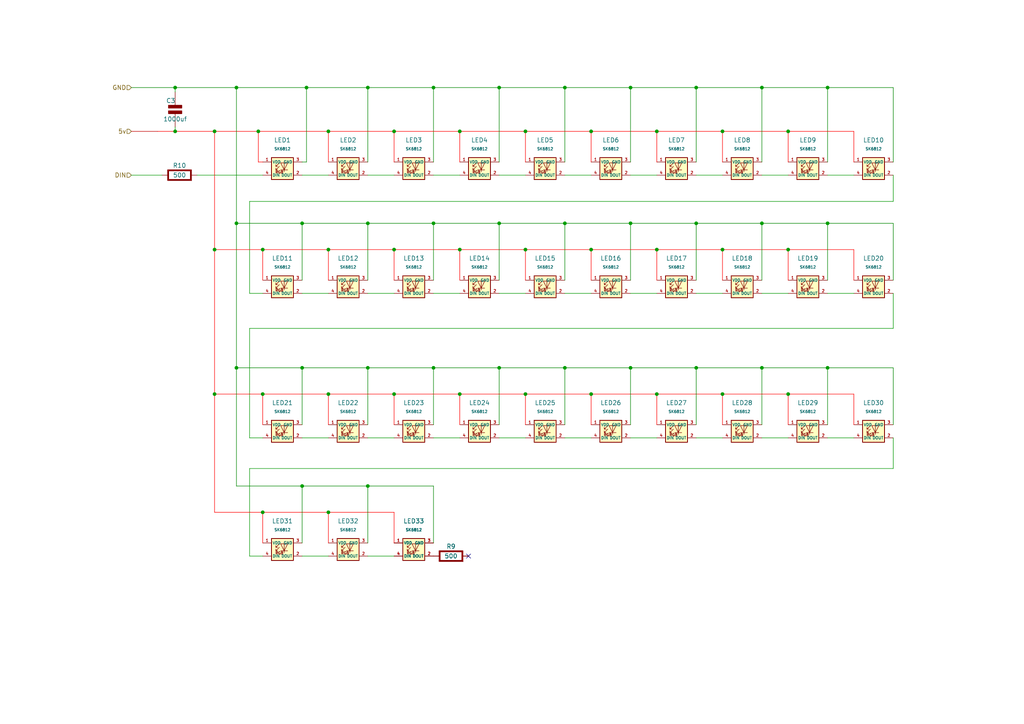
<source format=kicad_sch>
(kicad_sch (version 20250114) (generator "eeschema") (generator_version "9.0")
  (paper "A4")
  (lib_symbols
    (symbol "PCM_Elektuur:C" (pin_numbers (hide yes)) (pin_names (offset 0) (hide yes))
      (property "Reference" "C" (at 0.635 3.175 0))
      (property "Value" "C" (at 0.635 -3.175 0))
      (symbol "C_1_1"
        (rectangle (start -1.905 1.1938) (end 1.905 0.4318) (stroke (width 0.254)) (fill (type outline)))
        (rectangle (start -1.905 -0.4318) (end 1.905 -1.1938) (stroke (width 0.254)) (fill (type outline)))
        (pin passive line (at 0 5.08 270) (length 3.8862) (name "+") (number "1"))
        (pin passive line (at 0 -5.08 90) (length 3.8862) (name "-") (number "2"))
      )
      (symbol "C_1_2"
        (polyline (pts (xy -1.905 0.4318) (xy 1.905 0.4318) (xy 1.905 1.4986) (xy -1.905 1.4986) (xy -1.905 0.4318) (xy -1.8034 0.5334) (xy -1.8034 1.397) (xy 1.8034 1.397) (xy 1.8034 0.5334) (xy -1.8034 0.5334) (xy -1.905 0.4318)) (stroke (width 0.254)) (fill (type outline)))
        (polyline (pts (xy -1.905 -1.4986) (xy 1.905 -1.4986) (xy 1.905 -0.4318) (xy -1.905 -0.4318) (xy -1.905 -1.4986) (xy -1.8034 -1.397) (xy -1.8034 -0.5334) (xy 1.8034 -0.5334) (xy 1.8034 -1.397) (xy -1.8034 -1.397) (xy -1.905 -1.4986)) (stroke (width 0.254)) (fill (type outline)))
        (pin passive line (at 0 5.08 270) (length 3.5814) (name "+") (number "1"))
        (pin passive line (at 0 -5.08 90) (length 3.5814) (name "-") (number "2"))
      )
    )
    (symbol "PCM_Elektuur:R" (pin_numbers (hide yes)) (pin_names (offset 0) (hide yes))
      (property "Reference" "R" (at 2.54 3.175 0))
      (property "Value" "R" (at 0 0 90))
      (symbol "R_1_1"
        (polyline (pts (xy -1.524 -3.429) (xy 1.524 -3.429) (xy 1.524 3.429) (xy -1.524 3.429) (xy -1.524 -3.429) (xy -1.27 -3.175) (xy -1.27 3.175) (xy 1.27 3.175) (xy 1.27 -3.175) (xy -1.27 -3.175) (xy -1.524 -3.429)) (stroke (width 0.254)) (fill (type outline)))
        (pin passive line (at 0 5.08 270) (length 1.651) (name "+") (number "1"))
        (pin passive line (at 0 -5.08 90) (length 1.651) (name "-") (number "2"))
      )
      (symbol "R_1_2"
        (polyline (pts (xy -0.508 -3.429) (xy 1.524 -3.429) (xy 1.524 3.429) (xy -0.508 3.429) (xy -0.508 3.175) (xy 1.27 3.175) (xy 1.27 -3.175) (xy -0.508 -3.175) (xy -0.508 -3.429)) (stroke (width 0.254)) (fill (type outline)))
        (pin passive line (at 0 5.08 270) (length 1.651) (name "+") (number "1"))
        (pin passive line (at 0 -5.08 90) (length 1.651) (name "-") (number "2"))
      )
      (symbol "R_1_3"
        (polyline (pts (xy 0 3.4798) (xy 0 3.2004) (xy 0.7112 2.794) (xy -1.1938 1.6764) (xy 0.7112 0.5588) (xy -1.1938 -0.5588) (xy 0.7112 -1.6764) (xy -1.1938 -2.794) (xy 0 -3.4798) (xy 0 -3.2004) (xy -0.7112 -2.794) (xy 1.1938 -1.6764) (xy -0.7112 -0.5588) (xy 1.1938 0.5588) (xy -0.7112 1.6764) (xy 1.1938 2.794) (xy 0 3.4798)) (stroke (width 0.254)) (fill (type outline)))
        (pin passive line (at 0 5.08 270) (length 1.6002) (name "+") (number "1"))
        (pin passive line (at 0 -5.08 90) (length 1.6002) (name "-") (number "2"))
      )
      (symbol "R_1_4"
        (polyline (pts (xy 0 4.5466) (xy 0 4.2672) (xy 0.0508 4.2418) (xy 1.016 3.683) (xy -1.524 2.2098) (xy 1.016 0.7366) (xy -1.524 -0.7366) (xy 1.016 -2.2098) (xy -1.524 -3.683) (xy -0.0762 -4.5212) (xy 0 -4.5466) (xy 0 -4.2672) (xy -0.0508 -4.2418) (xy -1.016 -3.683) (xy 1.524 -2.2098) (xy -1.016 -0.7366) (xy 1.524 0.7366) (xy -1.016 2.2098) (xy 1.524 3.683) (xy 0.0762 4.5212) (xy 0 4.5466)) (stroke (width 0.254)) (fill (type outline)))
        (pin passive line (at 0 5.08 270) (length 0.5334) (name "+") (number "1"))
        (pin passive line (at 0 -5.08 90) (length 0.5334) (name "-") (number "2"))
      )
    )
    (symbol "SparkFun-DiscreteSemi:SK6812" (pin_names (offset 0.254))
      (property "Reference" "LED41" (at -1.778 7.112 0))
      (property "Value" "SK6812" (at -2.032 5.842 0))
      (symbol "SK6812_0_0"
        (text "RGB" (at -2.794 0.889 0) (effects (font (size 0.762 0.762))))
      )
      (symbol "SK6812_0_1"
        (rectangle (start -5.08 5.08) (end 1.27 -1.27) (stroke (width 0.254)) (fill (type background)))
        (polyline (pts (xy -3.81 2.54) (xy -3.302 2.54)))
        (polyline (pts (xy -3.81 1.524) (xy -3.302 1.524)))
        (polyline (pts (xy -2.794 3.556) (xy -3.81 2.54) (xy -3.81 3.048)))
        (polyline (pts (xy -2.794 2.54) (xy -3.81 1.524) (xy -3.81 2.032)))
        (polyline (pts (xy -1.397 4.064) (xy -1.397 1.524) (xy -1.397 1.016)))
        (polyline (pts (xy -0.381 3.556) (xy -2.413 3.556) (xy -1.397 1.524) (xy -0.381 3.556)))
        (polyline (pts (xy -0.381 1.524) (xy -2.413 1.524)))
      )
      (symbol "SK6812_1_1"
        (pin power_in line (at -7.62 3.81 0) (length 2.54) (name "VDD") (number "1"))
        (pin input line (at -7.62 0 0) (length 2.54) (name "DIN") (number "4"))
        (pin power_in line (at 3.81 3.81 180) (length 2.54) (name "GND") (number "3"))
        (pin output line (at 3.81 0 180) (length 2.54) (name "DOUT") (number "2"))
      )
    )
  )
  (junction (at 68.58 25.4))
  (junction (at 133.35 38.1))
  (junction (at 228.6 72.39))
  (junction (at 220.98 25.4))
  (junction (at 87.63 64.77))
  (junction (at 240.03 106.68))
  (junction (at 95.25 148.59))
  (junction (at 152.4 114.3))
  (junction (at 95.25 72.39))
  (junction (at 163.83 25.4))
  (junction (at 201.93 64.77))
  (junction (at 190.5 38.1))
  (junction (at 220.98 64.77))
  (junction (at 240.03 64.77))
  (junction (at 62.23 72.39))
  (junction (at 95.25 114.3))
  (junction (at 209.55 72.39))
  (junction (at 182.88 106.68))
  (junction (at 114.3 114.3))
  (junction (at 171.45 114.3))
  (junction (at 76.2 148.59))
  (junction (at 201.93 25.4))
  (junction (at 144.78 64.77))
  (junction (at 68.58 64.77))
  (junction (at 62.23 38.1))
  (junction (at 190.5 72.39))
  (junction (at 182.88 64.77))
  (junction (at 106.68 106.68))
  (junction (at 220.98 106.68))
  (junction (at 106.68 64.77))
  (junction (at 133.35 114.3))
  (junction (at 201.93 106.68))
  (junction (at 106.68 25.4))
  (junction (at 62.23 114.3))
  (junction (at 125.73 64.77))
  (junction (at 171.45 72.39))
  (junction (at 228.6 114.3))
  (junction (at 106.68 140.97))
  (junction (at 209.55 114.3))
  (junction (at 95.25 38.1))
  (junction (at 50.8 25.4))
  (junction (at 240.03 25.4))
  (junction (at 125.73 106.68))
  (junction (at 163.83 106.68))
  (junction (at 133.35 72.39))
  (junction (at 144.78 25.4))
  (junction (at 87.63 106.68))
  (junction (at 74.93 38.1))
  (junction (at 50.8 38.1))
  (junction (at 171.45 38.1))
  (junction (at 209.55 38.1))
  (junction (at 87.63 140.97))
  (junction (at 76.2 72.39))
  (junction (at 144.78 106.68))
  (junction (at 190.5 114.3))
  (junction (at 68.58 106.68))
  (junction (at 114.3 72.39))
  (junction (at 114.3 38.1))
  (junction (at 182.88 25.4))
  (junction (at 152.4 72.39))
  (junction (at 125.73 25.4))
  (junction (at 88.9 25.4))
  (junction (at 152.4 38.1))
  (junction (at 228.6 38.1))
  (junction (at 163.83 64.77))
  (junction (at 76.2 114.3))
  (no_connect (at 135.89 161.29))
  (wire (pts (xy 106.68 25.4) (xy 125.73 25.4)) (stroke (width 0) (color 0 132 0 1)))
  (wire (pts (xy 114.3 114.3) (xy 133.35 114.3)) (stroke (width 0) (color 255 0 0 1)))
  (wire (pts (xy 106.68 50.8) (xy 114.3 50.8)))
  (wire (pts (xy 228.6 46.99) (xy 228.6 38.1)) (stroke (width 0) (color 255 0 0 1)))
  (wire (pts (xy 201.93 106.68) (xy 201.93 123.19)) (stroke (width 0) (color 0 132 0 1)))
  (wire (pts (xy 106.68 85.09) (xy 114.3 85.09)))
  (wire (pts (xy 87.63 106.68) (xy 87.63 123.19)) (stroke (width 0) (color 0 132 0 1)))
  (wire (pts (xy 201.93 64.77) (xy 220.98 64.77)) (stroke (width 0) (color 0 132 0 1)))
  (wire (pts (xy 190.5 46.99) (xy 190.5 38.1)) (stroke (width 0) (color 255 0 0 1)))
  (wire (pts (xy 106.68 106.68) (xy 106.68 123.19)) (stroke (width 0) (color 0 132 0 1)))
  (wire (pts (xy 220.98 127) (xy 228.6 127)))
  (wire (pts (xy 171.45 114.3) (xy 190.5 114.3)) (stroke (width 0) (color 255 0 0 1)))
  (wire (pts (xy 190.5 114.3) (xy 209.55 114.3)) (stroke (width 0) (color 255 0 0 1)))
  (wire (pts (xy 57.15 50.8) (xy 76.2 50.8)))
  (wire (pts (xy 62.23 114.3) (xy 62.23 148.59)) (stroke (width 0) (color 255 0 0 1)))
  (wire (pts (xy 76.2 72.39) (xy 95.25 72.39)) (stroke (width 0) (color 255 0 0 1)))
  (wire (pts (xy 228.6 72.39) (xy 247.65 72.39)) (stroke (width 0) (color 255 0 0 1)))
  (wire (pts (xy 62.23 38.1) (xy 74.93 38.1)) (stroke (width 0) (color 255 0 0 1)))
  (wire (pts (xy 88.9 25.4) (xy 106.68 25.4)) (stroke (width 0) (color 0 132 0 1)))
  (wire (pts (xy 68.58 64.77) (xy 68.58 106.68)) (stroke (width 0) (color 0 132 0 1)))
  (wire (pts (xy 201.93 85.09) (xy 209.55 85.09)))
  (wire (pts (xy 201.93 106.68) (xy 220.98 106.68)) (stroke (width 0) (color 0 132 0 1)))
  (wire (pts (xy 62.23 72.39) (xy 62.23 114.3)) (stroke (width 0) (color 255 0 0 1)))
  (wire (pts (xy 114.3 123.19) (xy 114.3 114.3)) (stroke (width 0) (color 255 0 0 1)))
  (wire (pts (xy 209.55 38.1) (xy 228.6 38.1)) (stroke (width 0) (color 255 0 0 1)))
  (wire (pts (xy 133.35 46.99) (xy 133.35 38.1)) (stroke (width 0) (color 255 0 0 1)))
  (wire (pts (xy 68.58 25.4) (xy 88.9 25.4)) (stroke (width 0) (color 0 132 0 1)))
  (wire (pts (xy 125.73 25.4) (xy 125.73 46.99)) (stroke (width 0) (color 0 132 0 1)))
  (wire (pts (xy 171.45 38.1) (xy 190.5 38.1)) (stroke (width 0) (color 255 0 0 1)))
  (wire (pts (xy 144.78 64.77) (xy 163.83 64.77)) (stroke (width 0) (color 0 132 0 1)))
  (wire (pts (xy 220.98 85.09) (xy 228.6 85.09)))
  (wire (pts (xy 209.55 114.3) (xy 228.6 114.3)) (stroke (width 0) (color 255 0 0 1)))
  (wire (pts (xy 125.73 85.09) (xy 133.35 85.09)))
  (wire (pts (xy 87.63 106.68) (xy 106.68 106.68)) (stroke (width 0) (color 0 132 0 1)))
  (wire (pts (xy 240.03 106.68) (xy 259.08 106.68)) (stroke (width 0) (color 0 132 0 1)))
  (wire (pts (xy 88.9 25.4) (xy 88.9 46.99)) (stroke (width 0) (color 0 132 0 1)))
  (wire (pts (xy 259.08 95.25) (xy 72.39 95.25)))
  (wire (pts (xy 259.08 25.4) (xy 259.08 46.99)) (stroke (width 0) (color 0 132 0 1)))
  (wire (pts (xy 74.93 46.99) (xy 76.2 46.99)) (stroke (width 0) (color 255 0 0 1)))
  (wire (pts (xy 163.83 50.8) (xy 171.45 50.8)))
  (wire (pts (xy 152.4 72.39) (xy 171.45 72.39)) (stroke (width 0) (color 255 0 0 1)))
  (wire (pts (xy 182.88 85.09) (xy 190.5 85.09)))
  (wire (pts (xy 220.98 64.77) (xy 240.03 64.77)) (stroke (width 0) (color 0 132 0 1)))
  (wire (pts (xy 125.73 106.68) (xy 125.73 123.19)) (stroke (width 0) (color 0 132 0 1)))
  (wire (pts (xy 133.35 123.19) (xy 133.35 114.3)) (stroke (width 0) (color 255 0 0 1)))
  (wire (pts (xy 228.6 114.3) (xy 247.65 114.3)) (stroke (width 0) (color 255 0 0 1)))
  (wire (pts (xy 87.63 85.09) (xy 95.25 85.09)))
  (wire (pts (xy 152.4 46.99) (xy 152.4 38.1)) (stroke (width 0) (color 255 0 0 1)))
  (wire (pts (xy 76.2 157.48) (xy 76.2 148.59)) (stroke (width 0) (color 255 0 0 1)))
  (wire (pts (xy 152.4 123.19) (xy 152.4 114.3)) (stroke (width 0) (color 255 0 0 1)))
  (wire (pts (xy 144.78 106.68) (xy 163.83 106.68)) (stroke (width 0) (color 0 132 0 1)))
  (wire (pts (xy 133.35 81.28) (xy 133.35 72.39)) (stroke (width 0) (color 255 0 0 1)))
  (wire (pts (xy 88.9 46.99) (xy 87.63 46.99)) (stroke (width 0) (color 0 132 0 1)))
  (wire (pts (xy 190.5 38.1) (xy 209.55 38.1)) (stroke (width 0) (color 255 0 0 1)))
  (wire (pts (xy 72.39 161.29) (xy 76.2 161.29)))
  (wire (pts (xy 95.25 123.19) (xy 95.25 114.3)) (stroke (width 0) (color 255 0 0 1)))
  (wire (pts (xy 74.93 46.99) (xy 74.93 38.1)) (stroke (width 0) (color 255 0 0 1)))
  (wire (pts (xy 259.08 85.09) (xy 259.08 95.25)))
  (wire (pts (xy 50.8 25.4) (xy 68.58 25.4)) (stroke (width 0) (color 0 132 0 1)))
  (wire (pts (xy 182.88 64.77) (xy 201.93 64.77)) (stroke (width 0) (color 0 132 0 1)))
  (wire (pts (xy 182.88 25.4) (xy 201.93 25.4)) (stroke (width 0) (color 0 132 0 1)))
  (wire (pts (xy 259.08 50.8) (xy 259.08 58.42)))
  (wire (pts (xy 106.68 161.29) (xy 114.3 161.29)))
  (wire (pts (xy 76.2 148.59) (xy 95.25 148.59)) (stroke (width 0) (color 255 0 0 1)))
  (wire (pts (xy 87.63 140.97) (xy 106.68 140.97)) (stroke (width 0) (color 0 132 0 1)))
  (wire (pts (xy 163.83 85.09) (xy 171.45 85.09)))
  (wire (pts (xy 38.1 38.1) (xy 45.72 38.1)) (stroke (width 0) (color 194 0 0 1)))
  (wire (pts (xy 247.65 46.99) (xy 247.65 38.1)) (stroke (width 0) (color 255 0 0 1)))
  (wire (pts (xy 95.25 81.28) (xy 95.25 72.39)) (stroke (width 0) (color 255 0 0 1)))
  (wire (pts (xy 114.3 46.99) (xy 114.3 38.1)) (stroke (width 0) (color 255 0 0 1)))
  (wire (pts (xy 72.39 85.09) (xy 76.2 85.09)))
  (wire (pts (xy 62.23 38.1) (xy 62.23 72.39)) (stroke (width 0) (color 255 0 0 1)))
  (wire (pts (xy 125.73 106.68) (xy 144.78 106.68)) (stroke (width 0) (color 0 132 0 1)))
  (wire (pts (xy 144.78 50.8) (xy 152.4 50.8)))
  (wire (pts (xy 74.93 38.1) (xy 95.25 38.1)) (stroke (width 0) (color 255 0 0 1)))
  (wire (pts (xy 38.1 25.4) (xy 50.8 25.4)) (stroke (width 0) (color 0 132 0 1)))
  (wire (pts (xy 125.73 64.77) (xy 144.78 64.77)) (stroke (width 0) (color 0 132 0 1)))
  (wire (pts (xy 152.4 114.3) (xy 171.45 114.3)) (stroke (width 0) (color 255 0 0 1)))
  (wire (pts (xy 68.58 106.68) (xy 87.63 106.68)) (stroke (width 0) (color 0 132 0 1)))
  (wire (pts (xy 133.35 38.1) (xy 152.4 38.1)) (stroke (width 0) (color 255 0 0 1)))
  (wire (pts (xy 240.03 25.4) (xy 259.08 25.4)) (stroke (width 0) (color 0 132 0 1)))
  (wire (pts (xy 72.39 58.42) (xy 72.39 85.09)))
  (wire (pts (xy 228.6 81.28) (xy 228.6 72.39)) (stroke (width 0) (color 255 0 0 1)))
  (wire (pts (xy 76.2 81.28) (xy 76.2 72.39)) (stroke (width 0) (color 255 0 0 1)))
  (wire (pts (xy 209.55 46.99) (xy 209.55 38.1)) (stroke (width 0) (color 255 0 0 1)))
  (wire (pts (xy 240.03 106.68) (xy 240.03 123.19)) (stroke (width 0) (color 0 132 0 1)))
  (wire (pts (xy 152.4 81.28) (xy 152.4 72.39)) (stroke (width 0) (color 255 0 0 1)))
  (wire (pts (xy 125.73 50.8) (xy 133.35 50.8)))
  (wire (pts (xy 106.68 127) (xy 114.3 127)))
  (wire (pts (xy 114.3 38.1) (xy 133.35 38.1)) (stroke (width 0) (color 255 0 0 1)))
  (wire (pts (xy 125.73 64.77) (xy 125.73 81.28)) (stroke (width 0) (color 0 132 0 1)))
  (wire (pts (xy 163.83 25.4) (xy 163.83 46.99)) (stroke (width 0) (color 0 132 0 1)))
  (wire (pts (xy 76.2 123.19) (xy 76.2 114.3)) (stroke (width 0) (color 255 0 0 1)))
  (wire (pts (xy 220.98 25.4) (xy 240.03 25.4)) (stroke (width 0) (color 0 132 0 1)))
  (wire (pts (xy 68.58 106.68) (xy 68.58 140.97)) (stroke (width 0) (color 0 132 0 1)))
  (wire (pts (xy 182.88 50.8) (xy 190.5 50.8)))
  (wire (pts (xy 163.83 64.77) (xy 182.88 64.77)) (stroke (width 0) (color 0 132 0 1)))
  (wire (pts (xy 228.6 123.19) (xy 228.6 114.3)) (stroke (width 0) (color 255 0 0 1)))
  (wire (pts (xy 133.35 114.3) (xy 152.4 114.3)) (stroke (width 0) (color 255 0 0 1)))
  (wire (pts (xy 87.63 127) (xy 95.25 127)))
  (wire (pts (xy 106.68 106.68) (xy 125.73 106.68)) (stroke (width 0) (color 0 132 0 1)))
  (wire (pts (xy 106.68 25.4) (xy 106.68 46.99)) (stroke (width 0) (color 0 132 0 1)))
  (wire (pts (xy 259.08 58.42) (xy 72.39 58.42)))
  (wire (pts (xy 163.83 25.4) (xy 182.88 25.4)) (stroke (width 0) (color 0 132 0 1)))
  (wire (pts (xy 171.45 72.39) (xy 190.5 72.39)) (stroke (width 0) (color 255 0 0 1)))
  (wire (pts (xy 114.3 81.28) (xy 114.3 72.39)) (stroke (width 0) (color 255 0 0 1)))
  (wire (pts (xy 201.93 25.4) (xy 201.93 46.99)) (stroke (width 0) (color 0 132 0 1)))
  (wire (pts (xy 209.55 81.28) (xy 209.55 72.39)) (stroke (width 0) (color 255 0 0 1)))
  (wire (pts (xy 106.68 140.97) (xy 125.73 140.97)) (stroke (width 0) (color 0 132 0 1)))
  (wire (pts (xy 72.39 127) (xy 76.2 127)))
  (wire (pts (xy 240.03 127) (xy 247.65 127)))
  (wire (pts (xy 144.78 106.68) (xy 144.78 123.19)) (stroke (width 0) (color 0 132 0 1)))
  (wire (pts (xy 87.63 140.97) (xy 87.63 157.48)) (stroke (width 0) (color 0 132 0 1)))
  (wire (pts (xy 45.72 38.1) (xy 50.8 38.1)) (stroke (width 0) (color 255 0 0 1)))
  (wire (pts (xy 114.3 157.48) (xy 114.3 148.59)) (stroke (width 0) (color 255 0 0 1)))
  (wire (pts (xy 125.73 127) (xy 133.35 127)))
  (wire (pts (xy 209.55 72.39) (xy 228.6 72.39)) (stroke (width 0) (color 255 0 0 1)))
  (wire (pts (xy 62.23 72.39) (xy 76.2 72.39)) (stroke (width 0) (color 255 0 0 1)))
  (wire (pts (xy 125.73 25.4) (xy 144.78 25.4)) (stroke (width 0) (color 0 132 0 1)))
  (wire (pts (xy 50.8 36.83) (xy 50.8 38.1)))
  (wire (pts (xy 259.08 106.68) (xy 259.08 123.19)) (stroke (width 0) (color 0 132 0 1)))
  (wire (pts (xy 50.8 38.1) (xy 62.23 38.1)) (stroke (width 0) (color 255 0 0 1)))
  (wire (pts (xy 201.93 25.4) (xy 220.98 25.4)) (stroke (width 0) (color 0 132 0 1)))
  (wire (pts (xy 201.93 50.8) (xy 209.55 50.8)))
  (wire (pts (xy 190.5 123.19) (xy 190.5 114.3)) (stroke (width 0) (color 255 0 0 1)))
  (wire (pts (xy 240.03 25.4) (xy 240.03 46.99)) (stroke (width 0) (color 0 132 0 1)))
  (wire (pts (xy 220.98 25.4) (xy 220.98 46.99)) (stroke (width 0) (color 0 132 0 1)))
  (wire (pts (xy 220.98 106.68) (xy 240.03 106.68)) (stroke (width 0) (color 0 132 0 1)))
  (wire (pts (xy 106.68 140.97) (xy 106.68 157.48)) (stroke (width 0) (color 0 132 0 1)))
  (wire (pts (xy 72.39 135.89) (xy 72.39 161.29)))
  (wire (pts (xy 201.93 127) (xy 209.55 127)))
  (wire (pts (xy 182.88 106.68) (xy 182.88 123.19)) (stroke (width 0) (color 0 132 0 1)))
  (wire (pts (xy 247.65 123.19) (xy 247.65 114.3)) (stroke (width 0) (color 255 0 0 1)))
  (wire (pts (xy 163.83 127) (xy 171.45 127)))
  (wire (pts (xy 228.6 38.1) (xy 247.65 38.1)) (stroke (width 0) (color 255 0 0 1)))
  (wire (pts (xy 220.98 64.77) (xy 220.98 81.28)) (stroke (width 0) (color 0 132 0 1)))
  (wire (pts (xy 50.8 26.67) (xy 50.8 25.4)))
  (wire (pts (xy 76.2 114.3) (xy 95.25 114.3)) (stroke (width 0) (color 255 0 0 1)))
  (wire (pts (xy 240.03 50.8) (xy 247.65 50.8)))
  (wire (pts (xy 209.55 123.19) (xy 209.55 114.3)) (stroke (width 0) (color 255 0 0 1)))
  (wire (pts (xy 62.23 114.3) (xy 76.2 114.3)) (stroke (width 0) (color 255 0 0 1)))
  (wire (pts (xy 133.35 72.39) (xy 152.4 72.39)) (stroke (width 0) (color 255 0 0 1)))
  (wire (pts (xy 87.63 64.77) (xy 87.63 81.28)) (stroke (width 0) (color 0 132 0 1)))
  (wire (pts (xy 190.5 81.28) (xy 190.5 72.39)) (stroke (width 0) (color 255 0 0 1)))
  (wire (pts (xy 144.78 85.09) (xy 152.4 85.09)))
  (wire (pts (xy 68.58 140.97) (xy 87.63 140.97)) (stroke (width 0) (color 0 132 0 1)))
  (wire (pts (xy 95.25 148.59) (xy 114.3 148.59)) (stroke (width 0) (color 255 0 0 1)))
  (wire (pts (xy 76.2 148.59) (xy 62.23 148.59)) (stroke (width 0) (color 255 0 0 1)))
  (wire (pts (xy 144.78 25.4) (xy 144.78 46.99)) (stroke (width 0) (color 0 132 0 1)))
  (wire (pts (xy 201.93 64.77) (xy 201.93 81.28)) (stroke (width 0) (color 0 132 0 1)))
  (wire (pts (xy 240.03 64.77) (xy 240.03 81.28)) (stroke (width 0) (color 0 132 0 1)))
  (wire (pts (xy 152.4 38.1) (xy 171.45 38.1)) (stroke (width 0) (color 255 0 0 1)))
  (wire (pts (xy 171.45 46.99) (xy 171.45 38.1)) (stroke (width 0) (color 255 0 0 1)))
  (wire (pts (xy 95.25 114.3) (xy 114.3 114.3)) (stroke (width 0) (color 255 0 0 1)))
  (wire (pts (xy 247.65 81.28) (xy 247.65 72.39)) (stroke (width 0) (color 255 0 0 1)))
  (wire (pts (xy 163.83 64.77) (xy 163.83 81.28)) (stroke (width 0) (color 0 132 0 1)))
  (wire (pts (xy 240.03 64.77) (xy 259.08 64.77)) (stroke (width 0) (color 0 132 0 1)))
  (wire (pts (xy 87.63 64.77) (xy 106.68 64.77)) (stroke (width 0) (color 0 132 0 1)))
  (wire (pts (xy 106.68 64.77) (xy 106.68 81.28)) (stroke (width 0) (color 0 132 0 1)))
  (wire (pts (xy 144.78 25.4) (xy 163.83 25.4)) (stroke (width 0) (color 0 132 0 1)))
  (wire (pts (xy 240.03 85.09) (xy 247.65 85.09)))
  (wire (pts (xy 182.88 127) (xy 190.5 127)))
  (wire (pts (xy 95.25 72.39) (xy 114.3 72.39)) (stroke (width 0) (color 255 0 0 1)))
  (wire (pts (xy 182.88 64.77) (xy 182.88 81.28)) (stroke (width 0) (color 0 132 0 1)))
  (wire (pts (xy 95.25 38.1) (xy 114.3 38.1)) (stroke (width 0) (color 255 0 0 1)))
  (wire (pts (xy 163.83 106.68) (xy 182.88 106.68)) (stroke (width 0) (color 0 132 0 1)))
  (wire (pts (xy 125.73 140.97) (xy 125.73 157.48)) (stroke (width 0) (color 0 132 0 1)))
  (wire (pts (xy 95.25 46.99) (xy 95.25 38.1)) (stroke (width 0) (color 255 0 0 1)))
  (wire (pts (xy 259.08 127) (xy 259.08 135.89)))
  (wire (pts (xy 220.98 106.68) (xy 220.98 123.19)) (stroke (width 0) (color 0 132 0 1)))
  (wire (pts (xy 182.88 106.68) (xy 201.93 106.68)) (stroke (width 0) (color 0 132 0 1)))
  (wire (pts (xy 95.25 157.48) (xy 95.25 148.59)) (stroke (width 0) (color 255 0 0 1)))
  (wire (pts (xy 87.63 50.8) (xy 95.25 50.8)))
  (wire (pts (xy 114.3 72.39) (xy 133.35 72.39)) (stroke (width 0) (color 255 0 0 1)))
  (wire (pts (xy 68.58 64.77) (xy 87.63 64.77)) (stroke (width 0) (color 0 132 0 1)))
  (wire (pts (xy 171.45 123.19) (xy 171.45 114.3)) (stroke (width 0) (color 255 0 0 1)))
  (wire (pts (xy 68.58 25.4) (xy 68.58 64.77)) (stroke (width 0) (color 0 132 0 1)))
  (wire (pts (xy 72.39 95.25) (xy 72.39 127)))
  (wire (pts (xy 144.78 127) (xy 152.4 127)))
  (wire (pts (xy 182.88 25.4) (xy 182.88 46.99)) (stroke (width 0) (color 0 132 0 1)))
  (wire (pts (xy 259.08 64.77) (xy 259.08 81.28)) (stroke (width 0) (color 0 132 0 1)))
  (wire (pts (xy 259.08 135.89) (xy 72.39 135.89)))
  (wire (pts (xy 87.63 161.29) (xy 95.25 161.29)))
  (wire (pts (xy 144.78 64.77) (xy 144.78 81.28)) (stroke (width 0) (color 0 132 0 1)))
  (wire (pts (xy 38.1 50.8) (xy 46.99 50.8)))
  (wire (pts (xy 190.5 72.39) (xy 209.55 72.39)) (stroke (width 0) (color 255 0 0 1)))
  (wire (pts (xy 220.98 50.8) (xy 228.6 50.8)))
  (wire (pts (xy 163.83 106.68) (xy 163.83 123.19)) (stroke (width 0) (color 0 132 0 1)))
  (wire (pts (xy 106.68 64.77) (xy 125.73 64.77)) (stroke (width 0) (color 0 132 0 1)))
  (wire (pts (xy 171.45 81.28) (xy 171.45 72.39)) (stroke (width 0) (color 255 0 0 1)))
  (hierarchical_label "5v" (shape input) (at 38.1 38.1 180))
  (hierarchical_label "GND" (shape input) (at 38.1 25.4 180))
  (hierarchical_label "DIN" (shape input) (at 38.1 50.8 180))
  (symbol (lib_id "SparkFun-DiscreteSemi:SK6812") (at 160.02 50.8 0) (unit 1)
    (property "Reference" "LED5" (at 158.115 40.64 0))
    (property "Value" "SK6812" (at 158.115 43.18 0) (effects (font (size 0.8 0.8))))
    (property "Footprint" "Custom:SK6812-Mini-E MX" (effects (hide yes)))
    (property "Datasheet" "https://cdn-shop.adafruit.com/product-files/1138/SK6812+LED+datasheet+.pdf" (effects (hide yes)))
    (property "Description" "RGB LED with integrated controller" (effects (hide yes)))
  )
  (symbol (lib_id "SparkFun-DiscreteSemi:SK6812") (at 83.82 161.29 0) (unit 1)
    (property "Reference" "LED31" (at 81.915 151.13 0))
    (property "Value" "SK6812" (at 81.915 153.67 0) (effects (font (size 0.8 0.8))))
    (property "Footprint" "Custom:SK6812-Mini-E MX" (effects (hide yes)))
    (property "Datasheet" "https://cdn-shop.adafruit.com/product-files/1138/SK6812+LED+datasheet+.pdf" (effects (hide yes)))
    (property "Description" "RGB LED with integrated controller" (effects (hide yes)))
  )
  (symbol (lib_id "SparkFun-DiscreteSemi:SK6812") (at 179.07 85.09 0) (unit 1)
    (property "Reference" "LED16" (at 177.165 74.93 0))
    (property "Value" "SK6812" (at 177.165 77.47 0) (effects (font (size 0.8 0.8))))
    (property "Footprint" "Custom:SK6812-Mini-E MX" (effects (hide yes)))
    (property "Datasheet" "https://cdn-shop.adafruit.com/product-files/1138/SK6812+LED+datasheet+.pdf" (effects (hide yes)))
    (property "Description" "RGB LED with integrated controller" (effects (hide yes)))
  )
  (symbol (lib_id "SparkFun-DiscreteSemi:SK6812") (at 102.87 161.29 0) (unit 1)
    (property "Reference" "LED32" (at 100.965 151.13 0))
    (property "Value" "SK6812" (at 100.965 153.67 0) (effects (font (size 0.8 0.8))))
    (property "Footprint" "Custom:SK6812-Mini-E MX" (effects (hide yes)))
    (property "Datasheet" "https://cdn-shop.adafruit.com/product-files/1138/SK6812+LED+datasheet+.pdf" (effects (hide yes)))
    (property "Description" "RGB LED with integrated controller" (effects (hide yes)))
  )
  (symbol (lib_id "SparkFun-DiscreteSemi:SK6812") (at 140.97 50.8 0) (unit 1)
    (property "Reference" "LED4" (at 139.065 40.64 0))
    (property "Value" "SK6812" (at 139.065 43.18 0) (effects (font (size 0.8 0.8))))
    (property "Footprint" "Custom:SK6812-Mini-E MX" (effects (hide yes)))
    (property "Datasheet" "https://cdn-shop.adafruit.com/product-files/1138/SK6812+LED+datasheet+.pdf" (effects (hide yes)))
    (property "Description" "RGB LED with integrated controller" (effects (hide yes)))
  )
  (symbol (lib_id "SparkFun-DiscreteSemi:SK6812") (at 140.97 127 0) (unit 1)
    (property "Reference" "LED24" (at 139.065 116.84 0))
    (property "Value" "SK6812" (at 139.065 119.38 0) (effects (font (size 0.8 0.8))))
    (property "Footprint" "Custom:SK6812-Mini-E MX" (effects (hide yes)))
    (property "Datasheet" "https://cdn-shop.adafruit.com/product-files/1138/SK6812+LED+datasheet+.pdf" (effects (hide yes)))
    (property "Description" "RGB LED with integrated controller" (effects (hide yes)))
  )
  (symbol (lib_id "SparkFun-DiscreteSemi:SK6812") (at 83.82 85.09 0) (unit 1)
    (property "Reference" "LED11" (at 81.915 74.93 0))
    (property "Value" "SK6812" (at 81.915 77.47 0) (effects (font (size 0.8 0.8))))
    (property "Footprint" "Custom:SK6812-Mini-E MX" (effects (hide yes)))
    (property "Datasheet" "https://cdn-shop.adafruit.com/product-files/1138/SK6812+LED+datasheet+.pdf" (effects (hide yes)))
    (property "Description" "RGB LED with integrated controller" (effects (hide yes)))
  )
  (symbol (lib_id "SparkFun-DiscreteSemi:SK6812") (at 121.92 161.29 0) (unit 1)
    (property "Reference" "LED33" (at 120.015 151.13 0))
    (property "Value" "SK6812" (at 120.015 153.67 0) (effects (font (size 0.8 0.8))))
    (property "Footprint" "Custom:SK6812-Mini-E MX" (effects (hide yes)))
    (property "Datasheet" "https://cdn-shop.adafruit.com/product-files/1138/SK6812+LED+datasheet+.pdf" (effects (hide yes)))
    (property "Description" "RGB LED with integrated controller" (effects (hide yes)))
  )
  (symbol (lib_id "SparkFun-DiscreteSemi:SK6812") (at 179.07 127 0) (unit 1)
    (property "Reference" "LED26" (at 177.165 116.84 0))
    (property "Value" "SK6812" (at 177.165 119.38 0) (effects (font (size 0.8 0.8))))
    (property "Footprint" "Custom:SK6812-Mini-E MX" (effects (hide yes)))
    (property "Datasheet" "https://cdn-shop.adafruit.com/product-files/1138/SK6812+LED+datasheet+.pdf" (effects (hide yes)))
    (property "Description" "RGB LED with integrated controller" (effects (hide yes)))
  )
  (symbol (lib_id "SparkFun-DiscreteSemi:SK6812") (at 121.92 127 0) (unit 1)
    (property "Reference" "LED23" (at 120.015 116.84 0))
    (property "Value" "SK6812" (at 120.015 119.38 0) (effects (font (size 0.8 0.8))))
    (property "Footprint" "Custom:SK6812-Mini-E MX" (effects (hide yes)))
    (property "Datasheet" "https://cdn-shop.adafruit.com/product-files/1138/SK6812+LED+datasheet+.pdf" (effects (hide yes)))
    (property "Description" "RGB LED with integrated controller" (effects (hide yes)))
  )
  (symbol (lib_id "SparkFun-DiscreteSemi:SK6812") (at 198.12 50.8 0) (unit 1)
    (property "Reference" "LED7" (at 196.215 40.64 0))
    (property "Value" "SK6812" (at 196.215 43.18 0) (effects (font (size 0.8 0.8))))
    (property "Footprint" "Custom:SK6812-Mini-E MX" (effects (hide yes)))
    (property "Datasheet" "https://cdn-shop.adafruit.com/product-files/1138/SK6812+LED+datasheet+.pdf" (effects (hide yes)))
    (property "Description" "RGB LED with integrated controller" (effects (hide yes)))
  )
  (symbol (lib_id "SparkFun-DiscreteSemi:SK6812") (at 198.12 85.09 0) (unit 1)
    (property "Reference" "LED17" (at 196.215 74.93 0))
    (property "Value" "SK6812" (at 196.215 77.47 0) (effects (font (size 0.8 0.8))))
    (property "Footprint" "Custom:SK6812-Mini-E MX" (effects (hide yes)))
    (property "Datasheet" "https://cdn-shop.adafruit.com/product-files/1138/SK6812+LED+datasheet+.pdf" (effects (hide yes)))
    (property "Description" "RGB LED with integrated controller" (effects (hide yes)))
  )
  (symbol (lib_id "SparkFun-DiscreteSemi:SK6812") (at 255.27 85.09 0) (unit 1)
    (property "Reference" "LED20" (at 253.365 74.93 0))
    (property "Value" "SK6812" (at 253.365 77.47 0) (effects (font (size 0.8 0.8))))
    (property "Footprint" "Custom:SK6812-Mini-E MX" (effects (hide yes)))
    (property "Datasheet" "https://cdn-shop.adafruit.com/product-files/1138/SK6812+LED+datasheet+.pdf" (effects (hide yes)))
    (property "Description" "RGB LED with integrated controller" (effects (hide yes)))
  )
  (symbol (lib_id "SparkFun-DiscreteSemi:SK6812") (at 102.87 50.8 0) (unit 1)
    (property "Reference" "LED2" (at 100.965 40.64 0))
    (property "Value" "SK6812" (at 100.965 43.18 0) (effects (font (size 0.8 0.8))))
    (property "Footprint" "Custom:SK6812-Mini-E MX" (effects (hide yes)))
    (property "Datasheet" "https://cdn-shop.adafruit.com/product-files/1138/SK6812+LED+datasheet+.pdf" (effects (hide yes)))
    (property "Description" "RGB LED with integrated controller" (effects (hide yes)))
  )
  (symbol (lib_id "SparkFun-DiscreteSemi:SK6812") (at 255.27 50.8 0) (unit 1)
    (property "Reference" "LED10" (at 253.365 40.64 0))
    (property "Value" "SK6812" (at 253.365 43.18 0) (effects (font (size 0.8 0.8))))
    (property "Footprint" "Custom:SK6812-Mini-E MX" (effects (hide yes)))
    (property "Datasheet" "https://cdn-shop.adafruit.com/product-files/1138/SK6812+LED+datasheet+.pdf" (effects (hide yes)))
    (property "Description" "RGB LED with integrated controller" (effects (hide yes)))
  )
  (symbol (lib_id "SparkFun-DiscreteSemi:SK6812") (at 102.87 127 0) (unit 1)
    (property "Reference" "LED22" (at 100.965 116.84 0))
    (property "Value" "SK6812" (at 100.965 119.38 0) (effects (font (size 0.8 0.8))))
    (property "Footprint" "Custom:SK6812-Mini-E MX" (effects (hide yes)))
    (property "Datasheet" "https://cdn-shop.adafruit.com/product-files/1138/SK6812+LED+datasheet+.pdf" (effects (hide yes)))
    (property "Description" "RGB LED with integrated controller" (effects (hide yes)))
  )
  (symbol (lib_id "SparkFun-DiscreteSemi:SK6812") (at 179.07 50.8 0) (unit 1)
    (property "Reference" "LED6" (at 177.165 40.64 0))
    (property "Value" "SK6812" (at 177.165 43.18 0) (effects (font (size 0.8 0.8))))
    (property "Footprint" "Custom:SK6812-Mini-E MX" (effects (hide yes)))
    (property "Datasheet" "https://cdn-shop.adafruit.com/product-files/1138/SK6812+LED+datasheet+.pdf" (effects (hide yes)))
    (property "Description" "RGB LED with integrated controller" (effects (hide yes)))
  )
  (symbol (lib_id "SparkFun-DiscreteSemi:SK6812") (at 217.17 127 0) (unit 1)
    (property "Reference" "LED28" (at 215.265 116.84 0))
    (property "Value" "SK6812" (at 215.265 119.38 0) (effects (font (size 0.8 0.8))))
    (property "Footprint" "Custom:SK6812-Mini-E MX" (effects (hide yes)))
    (property "Datasheet" "https://cdn-shop.adafruit.com/product-files/1138/SK6812+LED+datasheet+.pdf" (effects (hide yes)))
    (property "Description" "RGB LED with integrated controller" (effects (hide yes)))
  )
  (symbol (lib_id "SparkFun-DiscreteSemi:SK6812") (at 102.87 85.09 0) (unit 1)
    (property "Reference" "LED12" (at 100.965 74.93 0))
    (property "Value" "SK6812" (at 100.965 77.47 0) (effects (font (size 0.8 0.8))))
    (property "Footprint" "Custom:SK6812-Mini-E MX" (effects (hide yes)))
    (property "Datasheet" "https://cdn-shop.adafruit.com/product-files/1138/SK6812+LED+datasheet+.pdf" (effects (hide yes)))
    (property "Description" "RGB LED with integrated controller" (effects (hide yes)))
  )
  (symbol (lib_id "PCM_Elektuur:C") (at 50.8 31.75 180) (unit 1)
    (property "Reference" "C3" (at 49.53 29.21 0))
    (property "Value" "1000uf" (at 50.8 34.544 0))
    (property "Description" "capacitor, non-polarized/bipolar" (effects (hide yes)))
    (property "Indicator" "+" (effects (hide yes)))
    (property "Rating" "V" (effects (hide yes)))
  )
  (symbol (lib_id "PCM_Elektuur:R") (at 52.07 50.8 90) (unit 1)
    (property "Reference" "R10" (at 52.07 48.006 90))
    (property "Value" "500" (at 52.07 50.8 90))
    (property "Description" "resistor" (effects (hide yes)))
    (property "Indicator" "+" (effects (hide yes)))
    (property "Rating" "W" (effects (hide yes)))
  )
  (symbol (lib_id "SparkFun-DiscreteSemi:SK6812") (at 217.17 50.8 0) (unit 1)
    (property "Reference" "LED8" (at 215.265 40.64 0))
    (property "Value" "SK6812" (at 215.265 43.18 0) (effects (font (size 0.8 0.8))))
    (property "Footprint" "Custom:SK6812-Mini-E MX" (effects (hide yes)))
    (property "Datasheet" "https://cdn-shop.adafruit.com/product-files/1138/SK6812+LED+datasheet+.pdf" (effects (hide yes)))
    (property "Description" "RGB LED with integrated controller" (effects (hide yes)))
  )
  (symbol (lib_id "PCM_Elektuur:R") (at 130.81 161.29 90) (unit 1)
    (property "Reference" "R9" (at 130.81 158.496 90))
    (property "Value" "500" (at 130.81 161.29 90))
    (property "Description" "resistor" (effects (hide yes)))
    (property "Indicator" "+" (effects (hide yes)))
    (property "Rating" "W" (effects (hide yes)))
  )
  (symbol (lib_id "SparkFun-DiscreteSemi:SK6812") (at 217.17 85.09 0) (unit 1)
    (property "Reference" "LED18" (at 215.265 74.93 0))
    (property "Value" "SK6812" (at 215.265 77.47 0) (effects (font (size 0.8 0.8))))
    (property "Footprint" "Custom:SK6812-Mini-E MX" (effects (hide yes)))
    (property "Datasheet" "https://cdn-shop.adafruit.com/product-files/1138/SK6812+LED+datasheet+.pdf" (effects (hide yes)))
    (property "Description" "RGB LED with integrated controller" (effects (hide yes)))
  )
  (symbol (lib_id "SparkFun-DiscreteSemi:SK6812") (at 121.92 85.09 0) (unit 1)
    (property "Reference" "LED13" (at 120.015 74.93 0))
    (property "Value" "SK6812" (at 120.015 77.47 0) (effects (font (size 0.8 0.8))))
    (property "Footprint" "Custom:SK6812-Mini-E MX" (effects (hide yes)))
    (property "Datasheet" "https://cdn-shop.adafruit.com/product-files/1138/SK6812+LED+datasheet+.pdf" (effects (hide yes)))
    (property "Description" "RGB LED with integrated controller" (effects (hide yes)))
  )
  (symbol (lib_id "SparkFun-DiscreteSemi:SK6812") (at 255.27 127 0) (unit 1)
    (property "Reference" "LED30" (at 253.365 116.84 0))
    (property "Value" "SK6812" (at 253.365 119.38 0) (effects (font (size 0.8 0.8))))
    (property "Footprint" "Custom:SK6812-Mini-E MX" (effects (hide yes)))
    (property "Datasheet" "https://cdn-shop.adafruit.com/product-files/1138/SK6812+LED+datasheet+.pdf" (effects (hide yes)))
    (property "Description" "RGB LED with integrated controller" (effects (hide yes)))
  )
  (symbol (lib_id "SparkFun-DiscreteSemi:SK6812") (at 236.22 127 0) (unit 1)
    (property "Reference" "LED29" (at 234.315 116.84 0))
    (property "Value" "SK6812" (at 234.315 119.38 0) (effects (font (size 0.8 0.8))))
    (property "Footprint" "Custom:SK6812-Mini-E MX" (effects (hide yes)))
    (property "Datasheet" "https://cdn-shop.adafruit.com/product-files/1138/SK6812+LED+datasheet+.pdf" (effects (hide yes)))
    (property "Description" "RGB LED with integrated controller" (effects (hide yes)))
  )
  (symbol (lib_id "SparkFun-DiscreteSemi:SK6812") (at 236.22 85.09 0) (unit 1)
    (property "Reference" "LED19" (at 234.315 74.93 0))
    (property "Value" "SK6812" (at 234.315 77.47 0) (effects (font (size 0.8 0.8))))
    (property "Footprint" "Custom:SK6812-Mini-E MX" (effects (hide yes)))
    (property "Datasheet" "https://cdn-shop.adafruit.com/product-files/1138/SK6812+LED+datasheet+.pdf" (effects (hide yes)))
    (property "Description" "RGB LED with integrated controller" (effects (hide yes)))
  )
  (symbol (lib_id "SparkFun-DiscreteSemi:SK6812") (at 160.02 127 0) (unit 1)
    (property "Reference" "LED25" (at 158.115 116.84 0))
    (property "Value" "SK6812" (at 158.115 119.38 0) (effects (font (size 0.8 0.8))))
    (property "Footprint" "Custom:SK6812-Mini-E MX" (effects (hide yes)))
    (property "Datasheet" "https://cdn-shop.adafruit.com/product-files/1138/SK6812+LED+datasheet+.pdf" (effects (hide yes)))
    (property "Description" "RGB LED with integrated controller" (effects (hide yes)))
  )
  (symbol (lib_id "SparkFun-DiscreteSemi:SK6812") (at 121.92 50.8 0) (unit 1)
    (property "Reference" "LED3" (at 120.015 40.64 0))
    (property "Value" "SK6812" (at 120.015 43.18 0) (effects (font (size 0.8 0.8))))
    (property "Footprint" "Custom:SK6812-Mini-E MX" (effects (hide yes)))
    (property "Datasheet" "https://cdn-shop.adafruit.com/product-files/1138/SK6812+LED+datasheet+.pdf" (effects (hide yes)))
    (property "Description" "RGB LED with integrated controller" (effects (hide yes)))
  )
  (symbol (lib_id "SparkFun-DiscreteSemi:SK6812") (at 236.22 50.8 0) (unit 1)
    (property "Reference" "LED9" (at 234.315 40.64 0))
    (property "Value" "SK6812" (at 234.315 43.18 0) (effects (font (size 0.8 0.8))))
    (property "Footprint" "Custom:SK6812-Mini-E MX" (effects (hide yes)))
    (property "Datasheet" "https://cdn-shop.adafruit.com/product-files/1138/SK6812+LED+datasheet+.pdf" (effects (hide yes)))
    (property "Description" "RGB LED with integrated controller" (effects (hide yes)))
  )
  (symbol (lib_id "SparkFun-DiscreteSemi:SK6812") (at 198.12 127 0) (unit 1)
    (property "Reference" "LED27" (at 196.215 116.84 0))
    (property "Value" "SK6812" (at 196.215 119.38 0) (effects (font (size 0.8 0.8))))
    (property "Footprint" "Custom:SK6812-Mini-E MX" (effects (hide yes)))
    (property "Datasheet" "https://cdn-shop.adafruit.com/product-files/1138/SK6812+LED+datasheet+.pdf" (effects (hide yes)))
    (property "Description" "RGB LED with integrated controller" (effects (hide yes)))
  )
  (symbol (lib_id "SparkFun-DiscreteSemi:SK6812") (at 83.82 127 0) (unit 1)
    (property "Reference" "LED21" (at 81.915 116.84 0))
    (property "Value" "SK6812" (at 81.915 119.38 0) (effects (font (size 0.8 0.8))))
    (property "Footprint" "Custom:SK6812-Mini-E MX" (effects (hide yes)))
    (property "Datasheet" "https://cdn-shop.adafruit.com/product-files/1138/SK6812+LED+datasheet+.pdf" (effects (hide yes)))
    (property "Description" "RGB LED with integrated controller" (effects (hide yes)))
  )
  (symbol (lib_id "SparkFun-DiscreteSemi:SK6812") (at 83.82 50.8 0) (unit 1)
    (property "Reference" "LED1" (at 81.915 40.64 0))
    (property "Value" "SK6812" (at 81.915 43.18 0) (effects (font (size 0.8 0.8))))
    (property "Footprint" "Custom:SK6812-Mini-E MX" (effects (hide yes)))
    (property "Datasheet" "https://cdn-shop.adafruit.com/product-files/1138/SK6812+LED+datasheet+.pdf" (effects (hide yes)))
    (property "Description" "RGB LED with integrated controller" (effects (hide yes)))
  )
  (symbol (lib_id "SparkFun-DiscreteSemi:SK6812") (at 140.97 85.09 0) (unit 1)
    (property "Reference" "LED14" (at 139.065 74.93 0))
    (property "Value" "SK6812" (at 139.065 77.47 0) (effects (font (size 0.8 0.8))))
    (property "Footprint" "Custom:SK6812-Mini-E MX" (effects (hide yes)))
    (property "Datasheet" "https://cdn-shop.adafruit.com/product-files/1138/SK6812+LED+datasheet+.pdf" (effects (hide yes)))
    (property "Description" "RGB LED with integrated controller" (effects (hide yes)))
  )
  (symbol (lib_id "SparkFun-DiscreteSemi:SK6812") (at 160.02 85.09 0) (unit 1)
    (property "Reference" "LED15" (at 158.115 74.93 0))
    (property "Value" "SK6812" (at 158.115 77.47 0) (effects (font (size 0.8 0.8))))
    (property "Footprint" "Custom:SK6812-Mini-E MX" (effects (hide yes)))
    (property "Datasheet" "https://cdn-shop.adafruit.com/product-files/1138/SK6812+LED+datasheet+.pdf" (effects (hide yes)))
    (property "Description" "RGB LED with integrated controller" (effects (hide yes)))
  )
)
</source>
